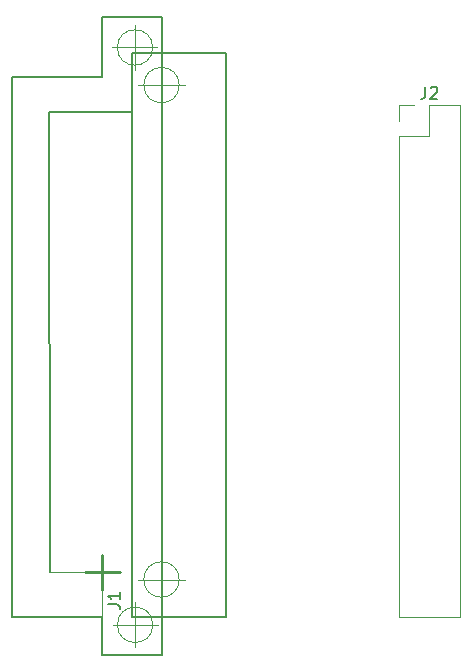
<source format=gbr>
%TF.GenerationSoftware,KiCad,Pcbnew,(5.1.10)-1*%
%TF.CreationDate,2024-05-08T08:18:54+02:00*%
%TF.ProjectId,KC85-FDD_OUT,4b433835-2d46-4444-945f-4f55542e6b69,rev?*%
%TF.SameCoordinates,Original*%
%TF.FileFunction,Legend,Top*%
%TF.FilePolarity,Positive*%
%FSLAX46Y46*%
G04 Gerber Fmt 4.6, Leading zero omitted, Abs format (unit mm)*
G04 Created by KiCad (PCBNEW (5.1.10)-1) date 2024-05-08 08:18:54*
%MOMM*%
%LPD*%
G01*
G04 APERTURE LIST*
%ADD10C,0.120000*%
%ADD11C,0.250000*%
%ADD12C,0.100000*%
%ADD13C,0.200000*%
%ADD14C,0.150000*%
G04 APERTURE END LIST*
D10*
%TO.C,J2*%
X121097000Y-101675001D02*
X122427000Y-101675001D01*
X121097000Y-103005001D02*
X121097000Y-101675001D01*
X123697000Y-101675001D02*
X126297000Y-101675001D01*
X123697000Y-104275001D02*
X123697000Y-101675001D01*
X121097000Y-104275001D02*
X123697000Y-104275001D01*
X126297000Y-101675001D02*
X126297000Y-144975001D01*
X121097000Y-104275001D02*
X121097000Y-144975001D01*
X121097000Y-144975001D02*
X126297000Y-144975001D01*
D11*
%TO.C,J1*%
X96012000Y-139724000D02*
X96012000Y-142724000D01*
X97512000Y-141224000D02*
X94512000Y-141224000D01*
D12*
X101012000Y-140469000D02*
X101012000Y-144469000D01*
X103012000Y-141834000D02*
X99012000Y-141834000D01*
X102512000Y-141834000D02*
G75*
G03*
X102512000Y-141834000I-1500000J0D01*
G01*
X101012000Y-97974000D02*
X101012000Y-101974000D01*
X103012000Y-99974000D02*
X99012000Y-99974000D01*
X102512000Y-99974000D02*
G75*
G03*
X102512000Y-99974000I-1500000J0D01*
G01*
D13*
X91512000Y-102224000D02*
X98512000Y-102224000D01*
X91567000Y-141224000D02*
X91512000Y-102224000D01*
X106512000Y-145034000D02*
X98512000Y-145034000D01*
X106512000Y-97224000D02*
X106512000Y-145034000D01*
X98512000Y-97224000D02*
X106512000Y-97224000D01*
X98512000Y-97224000D02*
X98512000Y-145034000D01*
D12*
X100280600Y-145669000D02*
G75*
G03*
X100280600Y-145669000I-1500000J0D01*
G01*
X100685600Y-145669000D02*
X96875600Y-145669000D01*
X98780600Y-143764000D02*
X98780600Y-147574000D01*
X100672900Y-96786700D02*
X96862900Y-96786700D01*
X98767900Y-94881700D02*
X98767900Y-98691700D01*
X100267900Y-96786700D02*
G75*
G03*
X100267900Y-96786700I-1500000J0D01*
G01*
D13*
X101092000Y-94234000D02*
X96012000Y-94234000D01*
X96012000Y-99314000D02*
X88392000Y-99314000D01*
X96012000Y-94234000D02*
X96012000Y-99314000D01*
X96012000Y-148209000D02*
X101092000Y-148209000D01*
X96012000Y-145034000D02*
X96012000Y-148209000D01*
X88392000Y-145034000D02*
X96012000Y-145034000D01*
X88392000Y-99314000D02*
X88392000Y-145034000D01*
X101092000Y-148209000D02*
X101092000Y-94234000D01*
D10*
X91567000Y-141224000D02*
X96012000Y-141224000D01*
X96012000Y-145034000D02*
X96012000Y-141859000D01*
X96012000Y-141859000D02*
X96012000Y-141224000D01*
X96012000Y-141224000D02*
X92202000Y-141224000D01*
X92202000Y-141224000D02*
X91567000Y-141224000D01*
%TO.C,J2*%
D14*
X123363666Y-100127381D02*
X123363666Y-100841667D01*
X123316047Y-100984524D01*
X123220809Y-101079762D01*
X123077952Y-101127381D01*
X122982714Y-101127381D01*
X123792238Y-100222620D02*
X123839857Y-100175001D01*
X123935095Y-100127381D01*
X124173190Y-100127381D01*
X124268428Y-100175001D01*
X124316047Y-100222620D01*
X124363666Y-100317858D01*
X124363666Y-100413096D01*
X124316047Y-100555953D01*
X123744619Y-101127381D01*
X124363666Y-101127381D01*
%TO.C,J1*%
X96464380Y-143911976D02*
X97178666Y-143911976D01*
X97321523Y-143959595D01*
X97416761Y-144054833D01*
X97464380Y-144197690D01*
X97464380Y-144292928D01*
X97464380Y-142911976D02*
X97464380Y-143483404D01*
X97464380Y-143197690D02*
X96464380Y-143197690D01*
X96607238Y-143292928D01*
X96702476Y-143388166D01*
X96750095Y-143483404D01*
%TD*%
M02*

</source>
